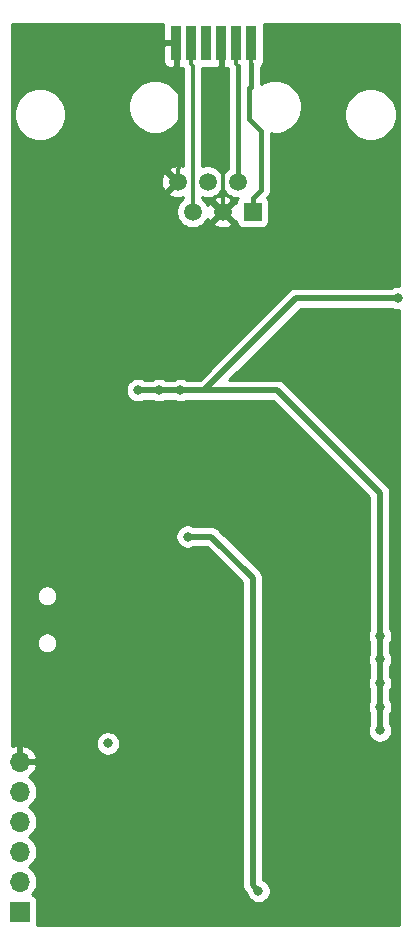
<source format=gbl>
G04 #@! TF.GenerationSoftware,KiCad,Pcbnew,(5.1.7)-1*
G04 #@! TF.CreationDate,2021-06-29T10:42:22+02:00*
G04 #@! TF.ProjectId,TwomesGateway,54776f6d-6573-4476-9174-657761792e6b,rev?*
G04 #@! TF.SameCoordinates,Original*
G04 #@! TF.FileFunction,Copper,L2,Bot*
G04 #@! TF.FilePolarity,Positive*
%FSLAX46Y46*%
G04 Gerber Fmt 4.6, Leading zero omitted, Abs format (unit mm)*
G04 Created by KiCad (PCBNEW (5.1.7)-1) date 2021-06-29 10:42:22*
%MOMM*%
%LPD*%
G01*
G04 APERTURE LIST*
G04 #@! TA.AperFunction,SMDPad,CuDef*
%ADD10R,0.900000X3.000000*%
G04 #@! TD*
G04 #@! TA.AperFunction,ComponentPad*
%ADD11R,1.520000X1.520000*%
G04 #@! TD*
G04 #@! TA.AperFunction,ComponentPad*
%ADD12C,1.520000*%
G04 #@! TD*
G04 #@! TA.AperFunction,ComponentPad*
%ADD13O,1.700000X1.700000*%
G04 #@! TD*
G04 #@! TA.AperFunction,ComponentPad*
%ADD14R,1.700000X1.700000*%
G04 #@! TD*
G04 #@! TA.AperFunction,ViaPad*
%ADD15C,0.800000*%
G04 #@! TD*
G04 #@! TA.AperFunction,Conductor*
%ADD16C,0.300000*%
G04 #@! TD*
G04 #@! TA.AperFunction,Conductor*
%ADD17C,0.500000*%
G04 #@! TD*
G04 #@! TA.AperFunction,Conductor*
%ADD18C,0.400000*%
G04 #@! TD*
G04 #@! TA.AperFunction,Conductor*
%ADD19C,0.254000*%
G04 #@! TD*
G04 #@! TA.AperFunction,Conductor*
%ADD20C,0.100000*%
G04 #@! TD*
G04 APERTURE END LIST*
D10*
X81025000Y-68200000D03*
X82295000Y-68200000D03*
X83565000Y-68200000D03*
X84835000Y-68200000D03*
X86105000Y-68200000D03*
X87375000Y-68200000D03*
D11*
X87500000Y-82500000D03*
D12*
X86230000Y-79960000D03*
X84960000Y-82500000D03*
X83690000Y-79960000D03*
X82420000Y-82500000D03*
X81150000Y-79960000D03*
D13*
X67800000Y-129050000D03*
X67800000Y-131590000D03*
X67800000Y-134130000D03*
X67800000Y-136670000D03*
X67800000Y-139210000D03*
D14*
X67800000Y-141750000D03*
D15*
X69250000Y-97250000D03*
X96000000Y-96500000D03*
X86000000Y-86450000D03*
X78500000Y-86500000D03*
X77200000Y-79200000D03*
X77500000Y-136500000D03*
X85000000Y-129000000D03*
X92000000Y-120000000D03*
X86500000Y-108000000D03*
X76000000Y-102500000D03*
X77350000Y-67900000D03*
X89250000Y-67500000D03*
X95000000Y-71000000D03*
X78400000Y-70400000D03*
X68250000Y-79500000D03*
X72800000Y-77200000D03*
X89250000Y-85500000D03*
X68250000Y-91500000D03*
X75250000Y-91500000D03*
X96250000Y-91500000D03*
X75250000Y-97500000D03*
X75250000Y-103500000D03*
X89250000Y-103500000D03*
X68250000Y-109500000D03*
X68250000Y-115500000D03*
X89250000Y-115500000D03*
X68250000Y-121500000D03*
X82250000Y-121500000D03*
X68250000Y-127500000D03*
X82250000Y-127500000D03*
X96250000Y-127500000D03*
X75250000Y-133500000D03*
X82250000Y-133500000D03*
X96250000Y-133500000D03*
X75250000Y-139500000D03*
X82250000Y-139500000D03*
X79600000Y-97600000D03*
X99800000Y-89800000D03*
X77800000Y-97600000D03*
X81400000Y-97600000D03*
X98275010Y-118400000D03*
X98275010Y-120400000D03*
X98275010Y-122400000D03*
X98275010Y-124400000D03*
X98275010Y-126400000D03*
X82000000Y-110000000D03*
X88000000Y-140000000D03*
X75250000Y-127500000D03*
D16*
X84960000Y-70125000D02*
X84835000Y-70000000D01*
X84960000Y-82500000D02*
X84960000Y-70125000D01*
X81025000Y-71800000D02*
X81025000Y-70000000D01*
X81375001Y-72150001D02*
X81025000Y-71800000D01*
X81150000Y-78885198D02*
X81375001Y-78660197D01*
X81375001Y-78660197D02*
X81375001Y-72150001D01*
X81150000Y-79960000D02*
X81150000Y-78885198D01*
X84835000Y-70000000D02*
X84835000Y-68200000D01*
X81025000Y-70000000D02*
X81025000Y-68200000D01*
D17*
X99800000Y-89800000D02*
X91200000Y-89800000D01*
X91200000Y-89800000D02*
X83400000Y-97600000D01*
X83400000Y-97600000D02*
X79600000Y-97600000D01*
X79600000Y-97600000D02*
X78000000Y-97600000D01*
X78000000Y-97600000D02*
X77800000Y-97600000D01*
X77800000Y-97600000D02*
X77800000Y-97600000D01*
X98275010Y-125524990D02*
X98275010Y-126400000D01*
X98275010Y-106275010D02*
X98275010Y-125524990D01*
X83400000Y-97600000D02*
X89600000Y-97600000D01*
X89600000Y-97600000D02*
X98275010Y-106275010D01*
X82000000Y-110000000D02*
X84000000Y-110000000D01*
X84000000Y-110000000D02*
X87500000Y-113500000D01*
X87500000Y-113500000D02*
X87500000Y-139500000D01*
X87500000Y-139500000D02*
X88000000Y-140000000D01*
X88000000Y-140000000D02*
X88000000Y-140000000D01*
D18*
X87500000Y-81340000D02*
X88200000Y-80640000D01*
X87500000Y-82500000D02*
X87500000Y-81340000D01*
X87375000Y-71900000D02*
X87375000Y-70000000D01*
X87234999Y-74654001D02*
X87234999Y-72040001D01*
X87234999Y-72040001D02*
X87375000Y-71900000D01*
X88200000Y-75619002D02*
X87234999Y-74654001D01*
X88200000Y-80640000D02*
X88200000Y-75619002D01*
D16*
X87375000Y-70000000D02*
X87375000Y-68200000D01*
D18*
X86230000Y-79960000D02*
X86230000Y-70125000D01*
D16*
X86105000Y-70000000D02*
X86105000Y-68200000D01*
X86230000Y-70125000D02*
X86105000Y-70000000D01*
X82420000Y-70125000D02*
X82295000Y-70000000D01*
X82420000Y-82500000D02*
X82420000Y-70125000D01*
X82295000Y-70000000D02*
X82295000Y-68200000D01*
D19*
X79936928Y-66700000D02*
X79940000Y-67914250D01*
X80098750Y-68073000D01*
X80898000Y-68073000D01*
X80898000Y-68053000D01*
X81152000Y-68053000D01*
X81152000Y-68073000D01*
X81172000Y-68073000D01*
X81172000Y-68327000D01*
X81152000Y-68327000D01*
X81152000Y-70176250D01*
X81310750Y-70335000D01*
X81475000Y-70338072D01*
X81580071Y-70327724D01*
X81635001Y-70430492D01*
X81635000Y-78646546D01*
X81619108Y-78639076D01*
X81352394Y-78572939D01*
X81077903Y-78560105D01*
X80806183Y-78601069D01*
X80547674Y-78694256D01*
X80432206Y-78755975D01*
X80365469Y-78995863D01*
X81150000Y-79780395D01*
X81164142Y-79766252D01*
X81343748Y-79945858D01*
X81329605Y-79960000D01*
X81343748Y-79974143D01*
X81164142Y-80153748D01*
X81150000Y-80139605D01*
X80365469Y-80924137D01*
X80432206Y-81164025D01*
X80680892Y-81280924D01*
X80947606Y-81347061D01*
X81222097Y-81359895D01*
X81493817Y-81318931D01*
X81635000Y-81268037D01*
X81635000Y-81346768D01*
X81530739Y-81416433D01*
X81336433Y-81610739D01*
X81183767Y-81839220D01*
X81078609Y-82093093D01*
X81025000Y-82362604D01*
X81025000Y-82637396D01*
X81078609Y-82906907D01*
X81183767Y-83160780D01*
X81336433Y-83389261D01*
X81530739Y-83583567D01*
X81759220Y-83736233D01*
X82013093Y-83841391D01*
X82282604Y-83895000D01*
X82557396Y-83895000D01*
X82826907Y-83841391D01*
X83080780Y-83736233D01*
X83309261Y-83583567D01*
X83428691Y-83464137D01*
X84175469Y-83464137D01*
X84242206Y-83704025D01*
X84490892Y-83820924D01*
X84757606Y-83887061D01*
X85032097Y-83899895D01*
X85303817Y-83858931D01*
X85562326Y-83765744D01*
X85677794Y-83704025D01*
X85744531Y-83464137D01*
X84960000Y-82679605D01*
X84175469Y-83464137D01*
X83428691Y-83464137D01*
X83503567Y-83389261D01*
X83656233Y-83160780D01*
X83687830Y-83084499D01*
X83694256Y-83102326D01*
X83755975Y-83217794D01*
X83995863Y-83284531D01*
X84780395Y-82500000D01*
X83995863Y-81715469D01*
X83755975Y-81782206D01*
X83690400Y-81921707D01*
X83656233Y-81839220D01*
X83503567Y-81610739D01*
X83428691Y-81535863D01*
X84175469Y-81535863D01*
X84960000Y-82320395D01*
X85744531Y-81535863D01*
X85677794Y-81295975D01*
X85429108Y-81179076D01*
X85162394Y-81112939D01*
X84887903Y-81100105D01*
X84616183Y-81141069D01*
X84357674Y-81234256D01*
X84242206Y-81295975D01*
X84175469Y-81535863D01*
X83428691Y-81535863D01*
X83309261Y-81416433D01*
X83205000Y-81346768D01*
X83205000Y-81269044D01*
X83283093Y-81301391D01*
X83552604Y-81355000D01*
X83827396Y-81355000D01*
X84096907Y-81301391D01*
X84350780Y-81196233D01*
X84579261Y-81043567D01*
X84773567Y-80849261D01*
X84926233Y-80620780D01*
X84960000Y-80539260D01*
X84993767Y-80620780D01*
X85146433Y-80849261D01*
X85340739Y-81043567D01*
X85569220Y-81196233D01*
X85823093Y-81301391D01*
X86092604Y-81355000D01*
X86234499Y-81355000D01*
X86209463Y-81385506D01*
X86150498Y-81495820D01*
X86114188Y-81615518D01*
X86101928Y-81740000D01*
X86101928Y-81764931D01*
X85924137Y-81715469D01*
X85139605Y-82500000D01*
X85924137Y-83284531D01*
X86101928Y-83235069D01*
X86101928Y-83260000D01*
X86114188Y-83384482D01*
X86150498Y-83504180D01*
X86209463Y-83614494D01*
X86288815Y-83711185D01*
X86385506Y-83790537D01*
X86495820Y-83849502D01*
X86615518Y-83885812D01*
X86740000Y-83898072D01*
X88260000Y-83898072D01*
X88384482Y-83885812D01*
X88504180Y-83849502D01*
X88614494Y-83790537D01*
X88711185Y-83711185D01*
X88790537Y-83614494D01*
X88849502Y-83504180D01*
X88885812Y-83384482D01*
X88898072Y-83260000D01*
X88898072Y-81740000D01*
X88885812Y-81615518D01*
X88849502Y-81495820D01*
X88790537Y-81385506D01*
X88720591Y-81300277D01*
X88761427Y-81259441D01*
X88793291Y-81233291D01*
X88897636Y-81106146D01*
X88975172Y-80961087D01*
X89022918Y-80803689D01*
X89035000Y-80681019D01*
X89035000Y-80681009D01*
X89039039Y-80640001D01*
X89035000Y-80598993D01*
X89035000Y-75839684D01*
X89187409Y-75870000D01*
X89632591Y-75870000D01*
X90069218Y-75783149D01*
X90480511Y-75612786D01*
X90850666Y-75365456D01*
X91165456Y-75050666D01*
X91412786Y-74680511D01*
X91583149Y-74269218D01*
X91630758Y-74029872D01*
X95265000Y-74029872D01*
X95265000Y-74470128D01*
X95350890Y-74901925D01*
X95519369Y-75308669D01*
X95763962Y-75674729D01*
X96075271Y-75986038D01*
X96441331Y-76230631D01*
X96848075Y-76399110D01*
X97279872Y-76485000D01*
X97720128Y-76485000D01*
X98151925Y-76399110D01*
X98558669Y-76230631D01*
X98924729Y-75986038D01*
X99236038Y-75674729D01*
X99480631Y-75308669D01*
X99649110Y-74901925D01*
X99735000Y-74470128D01*
X99735000Y-74029872D01*
X99649110Y-73598075D01*
X99480631Y-73191331D01*
X99236038Y-72825271D01*
X98924729Y-72513962D01*
X98558669Y-72269369D01*
X98151925Y-72100890D01*
X97720128Y-72015000D01*
X97279872Y-72015000D01*
X96848075Y-72100890D01*
X96441331Y-72269369D01*
X96075271Y-72513962D01*
X95763962Y-72825271D01*
X95519369Y-73191331D01*
X95350890Y-73598075D01*
X95265000Y-74029872D01*
X91630758Y-74029872D01*
X91670000Y-73832591D01*
X91670000Y-73387409D01*
X91583149Y-72950782D01*
X91412786Y-72539489D01*
X91165456Y-72169334D01*
X90850666Y-71854544D01*
X90480511Y-71607214D01*
X90069218Y-71436851D01*
X89632591Y-71350000D01*
X89187409Y-71350000D01*
X88750782Y-71436851D01*
X88339489Y-71607214D01*
X88210000Y-71693736D01*
X88210000Y-70205501D01*
X88276185Y-70151185D01*
X88355537Y-70054494D01*
X88414502Y-69944180D01*
X88450812Y-69824482D01*
X88463072Y-69700000D01*
X88463072Y-66700000D01*
X88455882Y-66627000D01*
X99873000Y-66627000D01*
X99873000Y-88765000D01*
X99698061Y-88765000D01*
X99498102Y-88804774D01*
X99309744Y-88882795D01*
X99261546Y-88915000D01*
X91243469Y-88915000D01*
X91200000Y-88910719D01*
X91156531Y-88915000D01*
X91156523Y-88915000D01*
X91026510Y-88927805D01*
X90859687Y-88978411D01*
X90705941Y-89060589D01*
X90604953Y-89143468D01*
X90604951Y-89143470D01*
X90571183Y-89171183D01*
X90543470Y-89204951D01*
X83033422Y-96715000D01*
X81938454Y-96715000D01*
X81890256Y-96682795D01*
X81701898Y-96604774D01*
X81501939Y-96565000D01*
X81298061Y-96565000D01*
X81098102Y-96604774D01*
X80909744Y-96682795D01*
X80861546Y-96715000D01*
X80138454Y-96715000D01*
X80090256Y-96682795D01*
X79901898Y-96604774D01*
X79701939Y-96565000D01*
X79498061Y-96565000D01*
X79298102Y-96604774D01*
X79109744Y-96682795D01*
X79061546Y-96715000D01*
X78338454Y-96715000D01*
X78290256Y-96682795D01*
X78101898Y-96604774D01*
X77901939Y-96565000D01*
X77698061Y-96565000D01*
X77498102Y-96604774D01*
X77309744Y-96682795D01*
X77140226Y-96796063D01*
X76996063Y-96940226D01*
X76882795Y-97109744D01*
X76804774Y-97298102D01*
X76765000Y-97498061D01*
X76765000Y-97701939D01*
X76804774Y-97901898D01*
X76882795Y-98090256D01*
X76996063Y-98259774D01*
X77140226Y-98403937D01*
X77309744Y-98517205D01*
X77498102Y-98595226D01*
X77698061Y-98635000D01*
X77901939Y-98635000D01*
X78101898Y-98595226D01*
X78290256Y-98517205D01*
X78338454Y-98485000D01*
X79061546Y-98485000D01*
X79109744Y-98517205D01*
X79298102Y-98595226D01*
X79498061Y-98635000D01*
X79701939Y-98635000D01*
X79901898Y-98595226D01*
X80090256Y-98517205D01*
X80138454Y-98485000D01*
X80861546Y-98485000D01*
X80909744Y-98517205D01*
X81098102Y-98595226D01*
X81298061Y-98635000D01*
X81501939Y-98635000D01*
X81701898Y-98595226D01*
X81890256Y-98517205D01*
X81938454Y-98485000D01*
X83356531Y-98485000D01*
X83400000Y-98489281D01*
X83443469Y-98485000D01*
X89233422Y-98485000D01*
X97390010Y-106641589D01*
X97390011Y-117861545D01*
X97357805Y-117909744D01*
X97279784Y-118098102D01*
X97240010Y-118298061D01*
X97240010Y-118501939D01*
X97279784Y-118701898D01*
X97357805Y-118890256D01*
X97390011Y-118938455D01*
X97390011Y-119861545D01*
X97357805Y-119909744D01*
X97279784Y-120098102D01*
X97240010Y-120298061D01*
X97240010Y-120501939D01*
X97279784Y-120701898D01*
X97357805Y-120890256D01*
X97390011Y-120938455D01*
X97390011Y-121861544D01*
X97357805Y-121909744D01*
X97279784Y-122098102D01*
X97240010Y-122298061D01*
X97240010Y-122501939D01*
X97279784Y-122701898D01*
X97357805Y-122890256D01*
X97390011Y-122938456D01*
X97390011Y-123861544D01*
X97357805Y-123909744D01*
X97279784Y-124098102D01*
X97240010Y-124298061D01*
X97240010Y-124501939D01*
X97279784Y-124701898D01*
X97357805Y-124890256D01*
X97390011Y-124938456D01*
X97390011Y-125481504D01*
X97390010Y-125481514D01*
X97390010Y-125861546D01*
X97357805Y-125909744D01*
X97279784Y-126098102D01*
X97240010Y-126298061D01*
X97240010Y-126501939D01*
X97279784Y-126701898D01*
X97357805Y-126890256D01*
X97471073Y-127059774D01*
X97615236Y-127203937D01*
X97784754Y-127317205D01*
X97973112Y-127395226D01*
X98173071Y-127435000D01*
X98376949Y-127435000D01*
X98576908Y-127395226D01*
X98765266Y-127317205D01*
X98934784Y-127203937D01*
X99078947Y-127059774D01*
X99192215Y-126890256D01*
X99270236Y-126701898D01*
X99310010Y-126501939D01*
X99310010Y-126298061D01*
X99270236Y-126098102D01*
X99192215Y-125909744D01*
X99160010Y-125861546D01*
X99160010Y-124938454D01*
X99192215Y-124890256D01*
X99270236Y-124701898D01*
X99310010Y-124501939D01*
X99310010Y-124298061D01*
X99270236Y-124098102D01*
X99192215Y-123909744D01*
X99160010Y-123861546D01*
X99160010Y-122938454D01*
X99192215Y-122890256D01*
X99270236Y-122701898D01*
X99310010Y-122501939D01*
X99310010Y-122298061D01*
X99270236Y-122098102D01*
X99192215Y-121909744D01*
X99160010Y-121861546D01*
X99160010Y-120938454D01*
X99192215Y-120890256D01*
X99270236Y-120701898D01*
X99310010Y-120501939D01*
X99310010Y-120298061D01*
X99270236Y-120098102D01*
X99192215Y-119909744D01*
X99160010Y-119861546D01*
X99160010Y-118938454D01*
X99192215Y-118890256D01*
X99270236Y-118701898D01*
X99310010Y-118501939D01*
X99310010Y-118298061D01*
X99270236Y-118098102D01*
X99192215Y-117909744D01*
X99160010Y-117861546D01*
X99160010Y-106318479D01*
X99164291Y-106275010D01*
X99160010Y-106231541D01*
X99160010Y-106231533D01*
X99147205Y-106101520D01*
X99096599Y-105934697D01*
X99014421Y-105780951D01*
X98903827Y-105646193D01*
X98870061Y-105618482D01*
X90256532Y-97004954D01*
X90228817Y-96971183D01*
X90094059Y-96860589D01*
X89940313Y-96778411D01*
X89773490Y-96727805D01*
X89643477Y-96715000D01*
X89643469Y-96715000D01*
X89600000Y-96710719D01*
X89556531Y-96715000D01*
X85536578Y-96715000D01*
X91566579Y-90685000D01*
X99261546Y-90685000D01*
X99309744Y-90717205D01*
X99498102Y-90795226D01*
X99698061Y-90835000D01*
X99873000Y-90835000D01*
X99873000Y-142873000D01*
X69224097Y-142873000D01*
X69239502Y-142844180D01*
X69275812Y-142724482D01*
X69288072Y-142600000D01*
X69288072Y-140900000D01*
X69275812Y-140775518D01*
X69239502Y-140655820D01*
X69180537Y-140545506D01*
X69101185Y-140448815D01*
X69004494Y-140369463D01*
X68894180Y-140310498D01*
X68821620Y-140288487D01*
X68953475Y-140156632D01*
X69115990Y-139913411D01*
X69227932Y-139643158D01*
X69285000Y-139356260D01*
X69285000Y-139063740D01*
X69227932Y-138776842D01*
X69115990Y-138506589D01*
X68953475Y-138263368D01*
X68746632Y-138056525D01*
X68572240Y-137940000D01*
X68746632Y-137823475D01*
X68953475Y-137616632D01*
X69115990Y-137373411D01*
X69227932Y-137103158D01*
X69285000Y-136816260D01*
X69285000Y-136523740D01*
X69227932Y-136236842D01*
X69115990Y-135966589D01*
X68953475Y-135723368D01*
X68746632Y-135516525D01*
X68572240Y-135400000D01*
X68746632Y-135283475D01*
X68953475Y-135076632D01*
X69115990Y-134833411D01*
X69227932Y-134563158D01*
X69285000Y-134276260D01*
X69285000Y-133983740D01*
X69227932Y-133696842D01*
X69115990Y-133426589D01*
X68953475Y-133183368D01*
X68746632Y-132976525D01*
X68572240Y-132860000D01*
X68746632Y-132743475D01*
X68953475Y-132536632D01*
X69115990Y-132293411D01*
X69227932Y-132023158D01*
X69285000Y-131736260D01*
X69285000Y-131443740D01*
X69227932Y-131156842D01*
X69115990Y-130886589D01*
X68953475Y-130643368D01*
X68746632Y-130436525D01*
X68564466Y-130314805D01*
X68681355Y-130245178D01*
X68897588Y-130050269D01*
X69071641Y-129816920D01*
X69196825Y-129554099D01*
X69241476Y-129406890D01*
X69120155Y-129177000D01*
X67927000Y-129177000D01*
X67927000Y-129197000D01*
X67673000Y-129197000D01*
X67673000Y-129177000D01*
X67653000Y-129177000D01*
X67653000Y-128923000D01*
X67673000Y-128923000D01*
X67673000Y-127729186D01*
X67927000Y-127729186D01*
X67927000Y-128923000D01*
X69120155Y-128923000D01*
X69241476Y-128693110D01*
X69196825Y-128545901D01*
X69071641Y-128283080D01*
X68897588Y-128049731D01*
X68681355Y-127854822D01*
X68431252Y-127705843D01*
X68156891Y-127608519D01*
X67927000Y-127729186D01*
X67673000Y-127729186D01*
X67443109Y-127608519D01*
X67168748Y-127705843D01*
X67127000Y-127730711D01*
X67127000Y-127398061D01*
X74215000Y-127398061D01*
X74215000Y-127601939D01*
X74254774Y-127801898D01*
X74332795Y-127990256D01*
X74446063Y-128159774D01*
X74590226Y-128303937D01*
X74759744Y-128417205D01*
X74948102Y-128495226D01*
X75148061Y-128535000D01*
X75351939Y-128535000D01*
X75551898Y-128495226D01*
X75740256Y-128417205D01*
X75909774Y-128303937D01*
X76053937Y-128159774D01*
X76167205Y-127990256D01*
X76245226Y-127801898D01*
X76285000Y-127601939D01*
X76285000Y-127398061D01*
X76245226Y-127198102D01*
X76167205Y-127009744D01*
X76053937Y-126840226D01*
X75909774Y-126696063D01*
X75740256Y-126582795D01*
X75551898Y-126504774D01*
X75351939Y-126465000D01*
X75148061Y-126465000D01*
X74948102Y-126504774D01*
X74759744Y-126582795D01*
X74590226Y-126696063D01*
X74446063Y-126840226D01*
X74332795Y-127009744D01*
X74254774Y-127198102D01*
X74215000Y-127398061D01*
X67127000Y-127398061D01*
X67127000Y-118912835D01*
X69215000Y-118912835D01*
X69215000Y-119087165D01*
X69249010Y-119258145D01*
X69315723Y-119419205D01*
X69412576Y-119564155D01*
X69535845Y-119687424D01*
X69680795Y-119784277D01*
X69841855Y-119850990D01*
X70012835Y-119885000D01*
X70187165Y-119885000D01*
X70358145Y-119850990D01*
X70519205Y-119784277D01*
X70664155Y-119687424D01*
X70787424Y-119564155D01*
X70884277Y-119419205D01*
X70950990Y-119258145D01*
X70985000Y-119087165D01*
X70985000Y-118912835D01*
X70950990Y-118741855D01*
X70884277Y-118580795D01*
X70787424Y-118435845D01*
X70664155Y-118312576D01*
X70519205Y-118215723D01*
X70358145Y-118149010D01*
X70187165Y-118115000D01*
X70012835Y-118115000D01*
X69841855Y-118149010D01*
X69680795Y-118215723D01*
X69535845Y-118312576D01*
X69412576Y-118435845D01*
X69315723Y-118580795D01*
X69249010Y-118741855D01*
X69215000Y-118912835D01*
X67127000Y-118912835D01*
X67127000Y-114912835D01*
X69215000Y-114912835D01*
X69215000Y-115087165D01*
X69249010Y-115258145D01*
X69315723Y-115419205D01*
X69412576Y-115564155D01*
X69535845Y-115687424D01*
X69680795Y-115784277D01*
X69841855Y-115850990D01*
X70012835Y-115885000D01*
X70187165Y-115885000D01*
X70358145Y-115850990D01*
X70519205Y-115784277D01*
X70664155Y-115687424D01*
X70787424Y-115564155D01*
X70884277Y-115419205D01*
X70950990Y-115258145D01*
X70985000Y-115087165D01*
X70985000Y-114912835D01*
X70950990Y-114741855D01*
X70884277Y-114580795D01*
X70787424Y-114435845D01*
X70664155Y-114312576D01*
X70519205Y-114215723D01*
X70358145Y-114149010D01*
X70187165Y-114115000D01*
X70012835Y-114115000D01*
X69841855Y-114149010D01*
X69680795Y-114215723D01*
X69535845Y-114312576D01*
X69412576Y-114435845D01*
X69315723Y-114580795D01*
X69249010Y-114741855D01*
X69215000Y-114912835D01*
X67127000Y-114912835D01*
X67127000Y-109898061D01*
X80965000Y-109898061D01*
X80965000Y-110101939D01*
X81004774Y-110301898D01*
X81082795Y-110490256D01*
X81196063Y-110659774D01*
X81340226Y-110803937D01*
X81509744Y-110917205D01*
X81698102Y-110995226D01*
X81898061Y-111035000D01*
X82101939Y-111035000D01*
X82301898Y-110995226D01*
X82490256Y-110917205D01*
X82538454Y-110885000D01*
X83633422Y-110885000D01*
X86615000Y-113866579D01*
X86615001Y-139456521D01*
X86610719Y-139500000D01*
X86627805Y-139673490D01*
X86678412Y-139840313D01*
X86760590Y-139994059D01*
X86843468Y-140095046D01*
X86843471Y-140095049D01*
X86871184Y-140128817D01*
X86904952Y-140156530D01*
X86993465Y-140245043D01*
X87004774Y-140301898D01*
X87082795Y-140490256D01*
X87196063Y-140659774D01*
X87340226Y-140803937D01*
X87509744Y-140917205D01*
X87698102Y-140995226D01*
X87898061Y-141035000D01*
X88101939Y-141035000D01*
X88301898Y-140995226D01*
X88490256Y-140917205D01*
X88659774Y-140803937D01*
X88803937Y-140659774D01*
X88917205Y-140490256D01*
X88995226Y-140301898D01*
X89035000Y-140101939D01*
X89035000Y-139898061D01*
X88995226Y-139698102D01*
X88917205Y-139509744D01*
X88803937Y-139340226D01*
X88659774Y-139196063D01*
X88490256Y-139082795D01*
X88385000Y-139039196D01*
X88385000Y-113543465D01*
X88389281Y-113499999D01*
X88385000Y-113456533D01*
X88385000Y-113456523D01*
X88372195Y-113326510D01*
X88321589Y-113159687D01*
X88239411Y-113005941D01*
X88128817Y-112871183D01*
X88095050Y-112843471D01*
X84656534Y-109404956D01*
X84628817Y-109371183D01*
X84494059Y-109260589D01*
X84340313Y-109178411D01*
X84173490Y-109127805D01*
X84043477Y-109115000D01*
X84043469Y-109115000D01*
X84000000Y-109110719D01*
X83956531Y-109115000D01*
X82538454Y-109115000D01*
X82490256Y-109082795D01*
X82301898Y-109004774D01*
X82101939Y-108965000D01*
X81898061Y-108965000D01*
X81698102Y-109004774D01*
X81509744Y-109082795D01*
X81340226Y-109196063D01*
X81196063Y-109340226D01*
X81082795Y-109509744D01*
X81004774Y-109698102D01*
X80965000Y-109898061D01*
X67127000Y-109898061D01*
X67127000Y-80032097D01*
X79750105Y-80032097D01*
X79791069Y-80303817D01*
X79884256Y-80562326D01*
X79945975Y-80677794D01*
X80185863Y-80744531D01*
X80970395Y-79960000D01*
X80185863Y-79175469D01*
X79945975Y-79242206D01*
X79829076Y-79490892D01*
X79762939Y-79757606D01*
X79750105Y-80032097D01*
X67127000Y-80032097D01*
X67127000Y-74029872D01*
X67265000Y-74029872D01*
X67265000Y-74470128D01*
X67350890Y-74901925D01*
X67519369Y-75308669D01*
X67763962Y-75674729D01*
X68075271Y-75986038D01*
X68441331Y-76230631D01*
X68848075Y-76399110D01*
X69279872Y-76485000D01*
X69720128Y-76485000D01*
X70151925Y-76399110D01*
X70558669Y-76230631D01*
X70924729Y-75986038D01*
X71236038Y-75674729D01*
X71480631Y-75308669D01*
X71649110Y-74901925D01*
X71735000Y-74470128D01*
X71735000Y-74029872D01*
X71649110Y-73598075D01*
X71561850Y-73387409D01*
X76990000Y-73387409D01*
X76990000Y-73832591D01*
X77076851Y-74269218D01*
X77247214Y-74680511D01*
X77494544Y-75050666D01*
X77809334Y-75365456D01*
X78179489Y-75612786D01*
X78590782Y-75783149D01*
X79027409Y-75870000D01*
X79472591Y-75870000D01*
X79909218Y-75783149D01*
X80320511Y-75612786D01*
X80690666Y-75365456D01*
X81005456Y-75050666D01*
X81252786Y-74680511D01*
X81423149Y-74269218D01*
X81510000Y-73832591D01*
X81510000Y-73387409D01*
X81423149Y-72950782D01*
X81252786Y-72539489D01*
X81005456Y-72169334D01*
X80690666Y-71854544D01*
X80320511Y-71607214D01*
X79909218Y-71436851D01*
X79472591Y-71350000D01*
X79027409Y-71350000D01*
X78590782Y-71436851D01*
X78179489Y-71607214D01*
X77809334Y-71854544D01*
X77494544Y-72169334D01*
X77247214Y-72539489D01*
X77076851Y-72950782D01*
X76990000Y-73387409D01*
X71561850Y-73387409D01*
X71480631Y-73191331D01*
X71236038Y-72825271D01*
X70924729Y-72513962D01*
X70558669Y-72269369D01*
X70151925Y-72100890D01*
X69720128Y-72015000D01*
X69279872Y-72015000D01*
X68848075Y-72100890D01*
X68441331Y-72269369D01*
X68075271Y-72513962D01*
X67763962Y-72825271D01*
X67519369Y-73191331D01*
X67350890Y-73598075D01*
X67265000Y-74029872D01*
X67127000Y-74029872D01*
X67127000Y-69700000D01*
X79936928Y-69700000D01*
X79949188Y-69824482D01*
X79985498Y-69944180D01*
X80044463Y-70054494D01*
X80123815Y-70151185D01*
X80220506Y-70230537D01*
X80330820Y-70289502D01*
X80450518Y-70325812D01*
X80575000Y-70338072D01*
X80739250Y-70335000D01*
X80898000Y-70176250D01*
X80898000Y-68327000D01*
X80098750Y-68327000D01*
X79940000Y-68485750D01*
X79936928Y-69700000D01*
X67127000Y-69700000D01*
X67127000Y-66627000D01*
X79944118Y-66627000D01*
X79936928Y-66700000D01*
G04 #@! TA.AperFunction,Conductor*
D20*
G36*
X79936928Y-66700000D02*
G01*
X79940000Y-67914250D01*
X80098750Y-68073000D01*
X80898000Y-68073000D01*
X80898000Y-68053000D01*
X81152000Y-68053000D01*
X81152000Y-68073000D01*
X81172000Y-68073000D01*
X81172000Y-68327000D01*
X81152000Y-68327000D01*
X81152000Y-70176250D01*
X81310750Y-70335000D01*
X81475000Y-70338072D01*
X81580071Y-70327724D01*
X81635001Y-70430492D01*
X81635000Y-78646546D01*
X81619108Y-78639076D01*
X81352394Y-78572939D01*
X81077903Y-78560105D01*
X80806183Y-78601069D01*
X80547674Y-78694256D01*
X80432206Y-78755975D01*
X80365469Y-78995863D01*
X81150000Y-79780395D01*
X81164142Y-79766252D01*
X81343748Y-79945858D01*
X81329605Y-79960000D01*
X81343748Y-79974143D01*
X81164142Y-80153748D01*
X81150000Y-80139605D01*
X80365469Y-80924137D01*
X80432206Y-81164025D01*
X80680892Y-81280924D01*
X80947606Y-81347061D01*
X81222097Y-81359895D01*
X81493817Y-81318931D01*
X81635000Y-81268037D01*
X81635000Y-81346768D01*
X81530739Y-81416433D01*
X81336433Y-81610739D01*
X81183767Y-81839220D01*
X81078609Y-82093093D01*
X81025000Y-82362604D01*
X81025000Y-82637396D01*
X81078609Y-82906907D01*
X81183767Y-83160780D01*
X81336433Y-83389261D01*
X81530739Y-83583567D01*
X81759220Y-83736233D01*
X82013093Y-83841391D01*
X82282604Y-83895000D01*
X82557396Y-83895000D01*
X82826907Y-83841391D01*
X83080780Y-83736233D01*
X83309261Y-83583567D01*
X83428691Y-83464137D01*
X84175469Y-83464137D01*
X84242206Y-83704025D01*
X84490892Y-83820924D01*
X84757606Y-83887061D01*
X85032097Y-83899895D01*
X85303817Y-83858931D01*
X85562326Y-83765744D01*
X85677794Y-83704025D01*
X85744531Y-83464137D01*
X84960000Y-82679605D01*
X84175469Y-83464137D01*
X83428691Y-83464137D01*
X83503567Y-83389261D01*
X83656233Y-83160780D01*
X83687830Y-83084499D01*
X83694256Y-83102326D01*
X83755975Y-83217794D01*
X83995863Y-83284531D01*
X84780395Y-82500000D01*
X83995863Y-81715469D01*
X83755975Y-81782206D01*
X83690400Y-81921707D01*
X83656233Y-81839220D01*
X83503567Y-81610739D01*
X83428691Y-81535863D01*
X84175469Y-81535863D01*
X84960000Y-82320395D01*
X85744531Y-81535863D01*
X85677794Y-81295975D01*
X85429108Y-81179076D01*
X85162394Y-81112939D01*
X84887903Y-81100105D01*
X84616183Y-81141069D01*
X84357674Y-81234256D01*
X84242206Y-81295975D01*
X84175469Y-81535863D01*
X83428691Y-81535863D01*
X83309261Y-81416433D01*
X83205000Y-81346768D01*
X83205000Y-81269044D01*
X83283093Y-81301391D01*
X83552604Y-81355000D01*
X83827396Y-81355000D01*
X84096907Y-81301391D01*
X84350780Y-81196233D01*
X84579261Y-81043567D01*
X84773567Y-80849261D01*
X84926233Y-80620780D01*
X84960000Y-80539260D01*
X84993767Y-80620780D01*
X85146433Y-80849261D01*
X85340739Y-81043567D01*
X85569220Y-81196233D01*
X85823093Y-81301391D01*
X86092604Y-81355000D01*
X86234499Y-81355000D01*
X86209463Y-81385506D01*
X86150498Y-81495820D01*
X86114188Y-81615518D01*
X86101928Y-81740000D01*
X86101928Y-81764931D01*
X85924137Y-81715469D01*
X85139605Y-82500000D01*
X85924137Y-83284531D01*
X86101928Y-83235069D01*
X86101928Y-83260000D01*
X86114188Y-83384482D01*
X86150498Y-83504180D01*
X86209463Y-83614494D01*
X86288815Y-83711185D01*
X86385506Y-83790537D01*
X86495820Y-83849502D01*
X86615518Y-83885812D01*
X86740000Y-83898072D01*
X88260000Y-83898072D01*
X88384482Y-83885812D01*
X88504180Y-83849502D01*
X88614494Y-83790537D01*
X88711185Y-83711185D01*
X88790537Y-83614494D01*
X88849502Y-83504180D01*
X88885812Y-83384482D01*
X88898072Y-83260000D01*
X88898072Y-81740000D01*
X88885812Y-81615518D01*
X88849502Y-81495820D01*
X88790537Y-81385506D01*
X88720591Y-81300277D01*
X88761427Y-81259441D01*
X88793291Y-81233291D01*
X88897636Y-81106146D01*
X88975172Y-80961087D01*
X89022918Y-80803689D01*
X89035000Y-80681019D01*
X89035000Y-80681009D01*
X89039039Y-80640001D01*
X89035000Y-80598993D01*
X89035000Y-75839684D01*
X89187409Y-75870000D01*
X89632591Y-75870000D01*
X90069218Y-75783149D01*
X90480511Y-75612786D01*
X90850666Y-75365456D01*
X91165456Y-75050666D01*
X91412786Y-74680511D01*
X91583149Y-74269218D01*
X91630758Y-74029872D01*
X95265000Y-74029872D01*
X95265000Y-74470128D01*
X95350890Y-74901925D01*
X95519369Y-75308669D01*
X95763962Y-75674729D01*
X96075271Y-75986038D01*
X96441331Y-76230631D01*
X96848075Y-76399110D01*
X97279872Y-76485000D01*
X97720128Y-76485000D01*
X98151925Y-76399110D01*
X98558669Y-76230631D01*
X98924729Y-75986038D01*
X99236038Y-75674729D01*
X99480631Y-75308669D01*
X99649110Y-74901925D01*
X99735000Y-74470128D01*
X99735000Y-74029872D01*
X99649110Y-73598075D01*
X99480631Y-73191331D01*
X99236038Y-72825271D01*
X98924729Y-72513962D01*
X98558669Y-72269369D01*
X98151925Y-72100890D01*
X97720128Y-72015000D01*
X97279872Y-72015000D01*
X96848075Y-72100890D01*
X96441331Y-72269369D01*
X96075271Y-72513962D01*
X95763962Y-72825271D01*
X95519369Y-73191331D01*
X95350890Y-73598075D01*
X95265000Y-74029872D01*
X91630758Y-74029872D01*
X91670000Y-73832591D01*
X91670000Y-73387409D01*
X91583149Y-72950782D01*
X91412786Y-72539489D01*
X91165456Y-72169334D01*
X90850666Y-71854544D01*
X90480511Y-71607214D01*
X90069218Y-71436851D01*
X89632591Y-71350000D01*
X89187409Y-71350000D01*
X88750782Y-71436851D01*
X88339489Y-71607214D01*
X88210000Y-71693736D01*
X88210000Y-70205501D01*
X88276185Y-70151185D01*
X88355537Y-70054494D01*
X88414502Y-69944180D01*
X88450812Y-69824482D01*
X88463072Y-69700000D01*
X88463072Y-66700000D01*
X88455882Y-66627000D01*
X99873000Y-66627000D01*
X99873000Y-88765000D01*
X99698061Y-88765000D01*
X99498102Y-88804774D01*
X99309744Y-88882795D01*
X99261546Y-88915000D01*
X91243469Y-88915000D01*
X91200000Y-88910719D01*
X91156531Y-88915000D01*
X91156523Y-88915000D01*
X91026510Y-88927805D01*
X90859687Y-88978411D01*
X90705941Y-89060589D01*
X90604953Y-89143468D01*
X90604951Y-89143470D01*
X90571183Y-89171183D01*
X90543470Y-89204951D01*
X83033422Y-96715000D01*
X81938454Y-96715000D01*
X81890256Y-96682795D01*
X81701898Y-96604774D01*
X81501939Y-96565000D01*
X81298061Y-96565000D01*
X81098102Y-96604774D01*
X80909744Y-96682795D01*
X80861546Y-96715000D01*
X80138454Y-96715000D01*
X80090256Y-96682795D01*
X79901898Y-96604774D01*
X79701939Y-96565000D01*
X79498061Y-96565000D01*
X79298102Y-96604774D01*
X79109744Y-96682795D01*
X79061546Y-96715000D01*
X78338454Y-96715000D01*
X78290256Y-96682795D01*
X78101898Y-96604774D01*
X77901939Y-96565000D01*
X77698061Y-96565000D01*
X77498102Y-96604774D01*
X77309744Y-96682795D01*
X77140226Y-96796063D01*
X76996063Y-96940226D01*
X76882795Y-97109744D01*
X76804774Y-97298102D01*
X76765000Y-97498061D01*
X76765000Y-97701939D01*
X76804774Y-97901898D01*
X76882795Y-98090256D01*
X76996063Y-98259774D01*
X77140226Y-98403937D01*
X77309744Y-98517205D01*
X77498102Y-98595226D01*
X77698061Y-98635000D01*
X77901939Y-98635000D01*
X78101898Y-98595226D01*
X78290256Y-98517205D01*
X78338454Y-98485000D01*
X79061546Y-98485000D01*
X79109744Y-98517205D01*
X79298102Y-98595226D01*
X79498061Y-98635000D01*
X79701939Y-98635000D01*
X79901898Y-98595226D01*
X80090256Y-98517205D01*
X80138454Y-98485000D01*
X80861546Y-98485000D01*
X80909744Y-98517205D01*
X81098102Y-98595226D01*
X81298061Y-98635000D01*
X81501939Y-98635000D01*
X81701898Y-98595226D01*
X81890256Y-98517205D01*
X81938454Y-98485000D01*
X83356531Y-98485000D01*
X83400000Y-98489281D01*
X83443469Y-98485000D01*
X89233422Y-98485000D01*
X97390010Y-106641589D01*
X97390011Y-117861545D01*
X97357805Y-117909744D01*
X97279784Y-118098102D01*
X97240010Y-118298061D01*
X97240010Y-118501939D01*
X97279784Y-118701898D01*
X97357805Y-118890256D01*
X97390011Y-118938455D01*
X97390011Y-119861545D01*
X97357805Y-119909744D01*
X97279784Y-120098102D01*
X97240010Y-120298061D01*
X97240010Y-120501939D01*
X97279784Y-120701898D01*
X97357805Y-120890256D01*
X97390011Y-120938455D01*
X97390011Y-121861544D01*
X97357805Y-121909744D01*
X97279784Y-122098102D01*
X97240010Y-122298061D01*
X97240010Y-122501939D01*
X97279784Y-122701898D01*
X97357805Y-122890256D01*
X97390011Y-122938456D01*
X97390011Y-123861544D01*
X97357805Y-123909744D01*
X97279784Y-124098102D01*
X97240010Y-124298061D01*
X97240010Y-124501939D01*
X97279784Y-124701898D01*
X97357805Y-124890256D01*
X97390011Y-124938456D01*
X97390011Y-125481504D01*
X97390010Y-125481514D01*
X97390010Y-125861546D01*
X97357805Y-125909744D01*
X97279784Y-126098102D01*
X97240010Y-126298061D01*
X97240010Y-126501939D01*
X97279784Y-126701898D01*
X97357805Y-126890256D01*
X97471073Y-127059774D01*
X97615236Y-127203937D01*
X97784754Y-127317205D01*
X97973112Y-127395226D01*
X98173071Y-127435000D01*
X98376949Y-127435000D01*
X98576908Y-127395226D01*
X98765266Y-127317205D01*
X98934784Y-127203937D01*
X99078947Y-127059774D01*
X99192215Y-126890256D01*
X99270236Y-126701898D01*
X99310010Y-126501939D01*
X99310010Y-126298061D01*
X99270236Y-126098102D01*
X99192215Y-125909744D01*
X99160010Y-125861546D01*
X99160010Y-124938454D01*
X99192215Y-124890256D01*
X99270236Y-124701898D01*
X99310010Y-124501939D01*
X99310010Y-124298061D01*
X99270236Y-124098102D01*
X99192215Y-123909744D01*
X99160010Y-123861546D01*
X99160010Y-122938454D01*
X99192215Y-122890256D01*
X99270236Y-122701898D01*
X99310010Y-122501939D01*
X99310010Y-122298061D01*
X99270236Y-122098102D01*
X99192215Y-121909744D01*
X99160010Y-121861546D01*
X99160010Y-120938454D01*
X99192215Y-120890256D01*
X99270236Y-120701898D01*
X99310010Y-120501939D01*
X99310010Y-120298061D01*
X99270236Y-120098102D01*
X99192215Y-119909744D01*
X99160010Y-119861546D01*
X99160010Y-118938454D01*
X99192215Y-118890256D01*
X99270236Y-118701898D01*
X99310010Y-118501939D01*
X99310010Y-118298061D01*
X99270236Y-118098102D01*
X99192215Y-117909744D01*
X99160010Y-117861546D01*
X99160010Y-106318479D01*
X99164291Y-106275010D01*
X99160010Y-106231541D01*
X99160010Y-106231533D01*
X99147205Y-106101520D01*
X99096599Y-105934697D01*
X99014421Y-105780951D01*
X98903827Y-105646193D01*
X98870061Y-105618482D01*
X90256532Y-97004954D01*
X90228817Y-96971183D01*
X90094059Y-96860589D01*
X89940313Y-96778411D01*
X89773490Y-96727805D01*
X89643477Y-96715000D01*
X89643469Y-96715000D01*
X89600000Y-96710719D01*
X89556531Y-96715000D01*
X85536578Y-96715000D01*
X91566579Y-90685000D01*
X99261546Y-90685000D01*
X99309744Y-90717205D01*
X99498102Y-90795226D01*
X99698061Y-90835000D01*
X99873000Y-90835000D01*
X99873000Y-142873000D01*
X69224097Y-142873000D01*
X69239502Y-142844180D01*
X69275812Y-142724482D01*
X69288072Y-142600000D01*
X69288072Y-140900000D01*
X69275812Y-140775518D01*
X69239502Y-140655820D01*
X69180537Y-140545506D01*
X69101185Y-140448815D01*
X69004494Y-140369463D01*
X68894180Y-140310498D01*
X68821620Y-140288487D01*
X68953475Y-140156632D01*
X69115990Y-139913411D01*
X69227932Y-139643158D01*
X69285000Y-139356260D01*
X69285000Y-139063740D01*
X69227932Y-138776842D01*
X69115990Y-138506589D01*
X68953475Y-138263368D01*
X68746632Y-138056525D01*
X68572240Y-137940000D01*
X68746632Y-137823475D01*
X68953475Y-137616632D01*
X69115990Y-137373411D01*
X69227932Y-137103158D01*
X69285000Y-136816260D01*
X69285000Y-136523740D01*
X69227932Y-136236842D01*
X69115990Y-135966589D01*
X68953475Y-135723368D01*
X68746632Y-135516525D01*
X68572240Y-135400000D01*
X68746632Y-135283475D01*
X68953475Y-135076632D01*
X69115990Y-134833411D01*
X69227932Y-134563158D01*
X69285000Y-134276260D01*
X69285000Y-133983740D01*
X69227932Y-133696842D01*
X69115990Y-133426589D01*
X68953475Y-133183368D01*
X68746632Y-132976525D01*
X68572240Y-132860000D01*
X68746632Y-132743475D01*
X68953475Y-132536632D01*
X69115990Y-132293411D01*
X69227932Y-132023158D01*
X69285000Y-131736260D01*
X69285000Y-131443740D01*
X69227932Y-131156842D01*
X69115990Y-130886589D01*
X68953475Y-130643368D01*
X68746632Y-130436525D01*
X68564466Y-130314805D01*
X68681355Y-130245178D01*
X68897588Y-130050269D01*
X69071641Y-129816920D01*
X69196825Y-129554099D01*
X69241476Y-129406890D01*
X69120155Y-129177000D01*
X67927000Y-129177000D01*
X67927000Y-129197000D01*
X67673000Y-129197000D01*
X67673000Y-129177000D01*
X67653000Y-129177000D01*
X67653000Y-128923000D01*
X67673000Y-128923000D01*
X67673000Y-127729186D01*
X67927000Y-127729186D01*
X67927000Y-128923000D01*
X69120155Y-128923000D01*
X69241476Y-128693110D01*
X69196825Y-128545901D01*
X69071641Y-128283080D01*
X68897588Y-128049731D01*
X68681355Y-127854822D01*
X68431252Y-127705843D01*
X68156891Y-127608519D01*
X67927000Y-127729186D01*
X67673000Y-127729186D01*
X67443109Y-127608519D01*
X67168748Y-127705843D01*
X67127000Y-127730711D01*
X67127000Y-127398061D01*
X74215000Y-127398061D01*
X74215000Y-127601939D01*
X74254774Y-127801898D01*
X74332795Y-127990256D01*
X74446063Y-128159774D01*
X74590226Y-128303937D01*
X74759744Y-128417205D01*
X74948102Y-128495226D01*
X75148061Y-128535000D01*
X75351939Y-128535000D01*
X75551898Y-128495226D01*
X75740256Y-128417205D01*
X75909774Y-128303937D01*
X76053937Y-128159774D01*
X76167205Y-127990256D01*
X76245226Y-127801898D01*
X76285000Y-127601939D01*
X76285000Y-127398061D01*
X76245226Y-127198102D01*
X76167205Y-127009744D01*
X76053937Y-126840226D01*
X75909774Y-126696063D01*
X75740256Y-126582795D01*
X75551898Y-126504774D01*
X75351939Y-126465000D01*
X75148061Y-126465000D01*
X74948102Y-126504774D01*
X74759744Y-126582795D01*
X74590226Y-126696063D01*
X74446063Y-126840226D01*
X74332795Y-127009744D01*
X74254774Y-127198102D01*
X74215000Y-127398061D01*
X67127000Y-127398061D01*
X67127000Y-118912835D01*
X69215000Y-118912835D01*
X69215000Y-119087165D01*
X69249010Y-119258145D01*
X69315723Y-119419205D01*
X69412576Y-119564155D01*
X69535845Y-119687424D01*
X69680795Y-119784277D01*
X69841855Y-119850990D01*
X70012835Y-119885000D01*
X70187165Y-119885000D01*
X70358145Y-119850990D01*
X70519205Y-119784277D01*
X70664155Y-119687424D01*
X70787424Y-119564155D01*
X70884277Y-119419205D01*
X70950990Y-119258145D01*
X70985000Y-119087165D01*
X70985000Y-118912835D01*
X70950990Y-118741855D01*
X70884277Y-118580795D01*
X70787424Y-118435845D01*
X70664155Y-118312576D01*
X70519205Y-118215723D01*
X70358145Y-118149010D01*
X70187165Y-118115000D01*
X70012835Y-118115000D01*
X69841855Y-118149010D01*
X69680795Y-118215723D01*
X69535845Y-118312576D01*
X69412576Y-118435845D01*
X69315723Y-118580795D01*
X69249010Y-118741855D01*
X69215000Y-118912835D01*
X67127000Y-118912835D01*
X67127000Y-114912835D01*
X69215000Y-114912835D01*
X69215000Y-115087165D01*
X69249010Y-115258145D01*
X69315723Y-115419205D01*
X69412576Y-115564155D01*
X69535845Y-115687424D01*
X69680795Y-115784277D01*
X69841855Y-115850990D01*
X70012835Y-115885000D01*
X70187165Y-115885000D01*
X70358145Y-115850990D01*
X70519205Y-115784277D01*
X70664155Y-115687424D01*
X70787424Y-115564155D01*
X70884277Y-115419205D01*
X70950990Y-115258145D01*
X70985000Y-115087165D01*
X70985000Y-114912835D01*
X70950990Y-114741855D01*
X70884277Y-114580795D01*
X70787424Y-114435845D01*
X70664155Y-114312576D01*
X70519205Y-114215723D01*
X70358145Y-114149010D01*
X70187165Y-114115000D01*
X70012835Y-114115000D01*
X69841855Y-114149010D01*
X69680795Y-114215723D01*
X69535845Y-114312576D01*
X69412576Y-114435845D01*
X69315723Y-114580795D01*
X69249010Y-114741855D01*
X69215000Y-114912835D01*
X67127000Y-114912835D01*
X67127000Y-109898061D01*
X80965000Y-109898061D01*
X80965000Y-110101939D01*
X81004774Y-110301898D01*
X81082795Y-110490256D01*
X81196063Y-110659774D01*
X81340226Y-110803937D01*
X81509744Y-110917205D01*
X81698102Y-110995226D01*
X81898061Y-111035000D01*
X82101939Y-111035000D01*
X82301898Y-110995226D01*
X82490256Y-110917205D01*
X82538454Y-110885000D01*
X83633422Y-110885000D01*
X86615000Y-113866579D01*
X86615001Y-139456521D01*
X86610719Y-139500000D01*
X86627805Y-139673490D01*
X86678412Y-139840313D01*
X86760590Y-139994059D01*
X86843468Y-140095046D01*
X86843471Y-140095049D01*
X86871184Y-140128817D01*
X86904952Y-140156530D01*
X86993465Y-140245043D01*
X87004774Y-140301898D01*
X87082795Y-140490256D01*
X87196063Y-140659774D01*
X87340226Y-140803937D01*
X87509744Y-140917205D01*
X87698102Y-140995226D01*
X87898061Y-141035000D01*
X88101939Y-141035000D01*
X88301898Y-140995226D01*
X88490256Y-140917205D01*
X88659774Y-140803937D01*
X88803937Y-140659774D01*
X88917205Y-140490256D01*
X88995226Y-140301898D01*
X89035000Y-140101939D01*
X89035000Y-139898061D01*
X88995226Y-139698102D01*
X88917205Y-139509744D01*
X88803937Y-139340226D01*
X88659774Y-139196063D01*
X88490256Y-139082795D01*
X88385000Y-139039196D01*
X88385000Y-113543465D01*
X88389281Y-113499999D01*
X88385000Y-113456533D01*
X88385000Y-113456523D01*
X88372195Y-113326510D01*
X88321589Y-113159687D01*
X88239411Y-113005941D01*
X88128817Y-112871183D01*
X88095050Y-112843471D01*
X84656534Y-109404956D01*
X84628817Y-109371183D01*
X84494059Y-109260589D01*
X84340313Y-109178411D01*
X84173490Y-109127805D01*
X84043477Y-109115000D01*
X84043469Y-109115000D01*
X84000000Y-109110719D01*
X83956531Y-109115000D01*
X82538454Y-109115000D01*
X82490256Y-109082795D01*
X82301898Y-109004774D01*
X82101939Y-108965000D01*
X81898061Y-108965000D01*
X81698102Y-109004774D01*
X81509744Y-109082795D01*
X81340226Y-109196063D01*
X81196063Y-109340226D01*
X81082795Y-109509744D01*
X81004774Y-109698102D01*
X80965000Y-109898061D01*
X67127000Y-109898061D01*
X67127000Y-80032097D01*
X79750105Y-80032097D01*
X79791069Y-80303817D01*
X79884256Y-80562326D01*
X79945975Y-80677794D01*
X80185863Y-80744531D01*
X80970395Y-79960000D01*
X80185863Y-79175469D01*
X79945975Y-79242206D01*
X79829076Y-79490892D01*
X79762939Y-79757606D01*
X79750105Y-80032097D01*
X67127000Y-80032097D01*
X67127000Y-74029872D01*
X67265000Y-74029872D01*
X67265000Y-74470128D01*
X67350890Y-74901925D01*
X67519369Y-75308669D01*
X67763962Y-75674729D01*
X68075271Y-75986038D01*
X68441331Y-76230631D01*
X68848075Y-76399110D01*
X69279872Y-76485000D01*
X69720128Y-76485000D01*
X70151925Y-76399110D01*
X70558669Y-76230631D01*
X70924729Y-75986038D01*
X71236038Y-75674729D01*
X71480631Y-75308669D01*
X71649110Y-74901925D01*
X71735000Y-74470128D01*
X71735000Y-74029872D01*
X71649110Y-73598075D01*
X71561850Y-73387409D01*
X76990000Y-73387409D01*
X76990000Y-73832591D01*
X77076851Y-74269218D01*
X77247214Y-74680511D01*
X77494544Y-75050666D01*
X77809334Y-75365456D01*
X78179489Y-75612786D01*
X78590782Y-75783149D01*
X79027409Y-75870000D01*
X79472591Y-75870000D01*
X79909218Y-75783149D01*
X80320511Y-75612786D01*
X80690666Y-75365456D01*
X81005456Y-75050666D01*
X81252786Y-74680511D01*
X81423149Y-74269218D01*
X81510000Y-73832591D01*
X81510000Y-73387409D01*
X81423149Y-72950782D01*
X81252786Y-72539489D01*
X81005456Y-72169334D01*
X80690666Y-71854544D01*
X80320511Y-71607214D01*
X79909218Y-71436851D01*
X79472591Y-71350000D01*
X79027409Y-71350000D01*
X78590782Y-71436851D01*
X78179489Y-71607214D01*
X77809334Y-71854544D01*
X77494544Y-72169334D01*
X77247214Y-72539489D01*
X77076851Y-72950782D01*
X76990000Y-73387409D01*
X71561850Y-73387409D01*
X71480631Y-73191331D01*
X71236038Y-72825271D01*
X70924729Y-72513962D01*
X70558669Y-72269369D01*
X70151925Y-72100890D01*
X69720128Y-72015000D01*
X69279872Y-72015000D01*
X68848075Y-72100890D01*
X68441331Y-72269369D01*
X68075271Y-72513962D01*
X67763962Y-72825271D01*
X67519369Y-73191331D01*
X67350890Y-73598075D01*
X67265000Y-74029872D01*
X67127000Y-74029872D01*
X67127000Y-69700000D01*
X79936928Y-69700000D01*
X79949188Y-69824482D01*
X79985498Y-69944180D01*
X80044463Y-70054494D01*
X80123815Y-70151185D01*
X80220506Y-70230537D01*
X80330820Y-70289502D01*
X80450518Y-70325812D01*
X80575000Y-70338072D01*
X80739250Y-70335000D01*
X80898000Y-70176250D01*
X80898000Y-68327000D01*
X80098750Y-68327000D01*
X79940000Y-68485750D01*
X79936928Y-69700000D01*
X67127000Y-69700000D01*
X67127000Y-66627000D01*
X79944118Y-66627000D01*
X79936928Y-66700000D01*
G37*
G04 #@! TD.AperFunction*
D19*
X84962000Y-68073000D02*
X84982000Y-68073000D01*
X84982000Y-68327000D01*
X84962000Y-68327000D01*
X84962000Y-70176250D01*
X85120750Y-70335000D01*
X85285000Y-70338072D01*
X85390071Y-70327724D01*
X85395001Y-70336948D01*
X85395000Y-78840177D01*
X85340739Y-78876433D01*
X85146433Y-79070739D01*
X84993767Y-79299220D01*
X84960000Y-79380740D01*
X84926233Y-79299220D01*
X84773567Y-79070739D01*
X84579261Y-78876433D01*
X84350780Y-78723767D01*
X84096907Y-78618609D01*
X83827396Y-78565000D01*
X83552604Y-78565000D01*
X83283093Y-78618609D01*
X83205000Y-78650956D01*
X83205000Y-70338072D01*
X84015000Y-70338072D01*
X84139482Y-70325812D01*
X84200000Y-70307454D01*
X84260518Y-70325812D01*
X84385000Y-70338072D01*
X84549250Y-70335000D01*
X84708000Y-70176250D01*
X84708000Y-68327000D01*
X84688000Y-68327000D01*
X84688000Y-68073000D01*
X84708000Y-68073000D01*
X84708000Y-68053000D01*
X84962000Y-68053000D01*
X84962000Y-68073000D01*
G04 #@! TA.AperFunction,Conductor*
D20*
G36*
X84962000Y-68073000D02*
G01*
X84982000Y-68073000D01*
X84982000Y-68327000D01*
X84962000Y-68327000D01*
X84962000Y-70176250D01*
X85120750Y-70335000D01*
X85285000Y-70338072D01*
X85390071Y-70327724D01*
X85395001Y-70336948D01*
X85395000Y-78840177D01*
X85340739Y-78876433D01*
X85146433Y-79070739D01*
X84993767Y-79299220D01*
X84960000Y-79380740D01*
X84926233Y-79299220D01*
X84773567Y-79070739D01*
X84579261Y-78876433D01*
X84350780Y-78723767D01*
X84096907Y-78618609D01*
X83827396Y-78565000D01*
X83552604Y-78565000D01*
X83283093Y-78618609D01*
X83205000Y-78650956D01*
X83205000Y-70338072D01*
X84015000Y-70338072D01*
X84139482Y-70325812D01*
X84200000Y-70307454D01*
X84260518Y-70325812D01*
X84385000Y-70338072D01*
X84549250Y-70335000D01*
X84708000Y-70176250D01*
X84708000Y-68327000D01*
X84688000Y-68327000D01*
X84688000Y-68073000D01*
X84708000Y-68073000D01*
X84708000Y-68053000D01*
X84962000Y-68053000D01*
X84962000Y-68073000D01*
G37*
G04 #@! TD.AperFunction*
M02*

</source>
